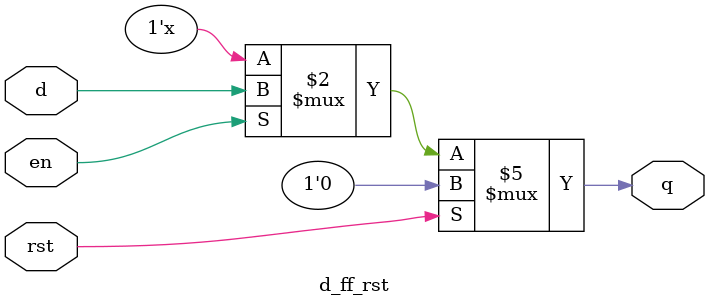
<source format=v>
module d_ff_rst(input d,en,rst, output reg q);
  always @(*)begin
    if (rst)
      q<=0;
   else if (en)
       q<=d;
    end
  endmodule
  
    



</source>
